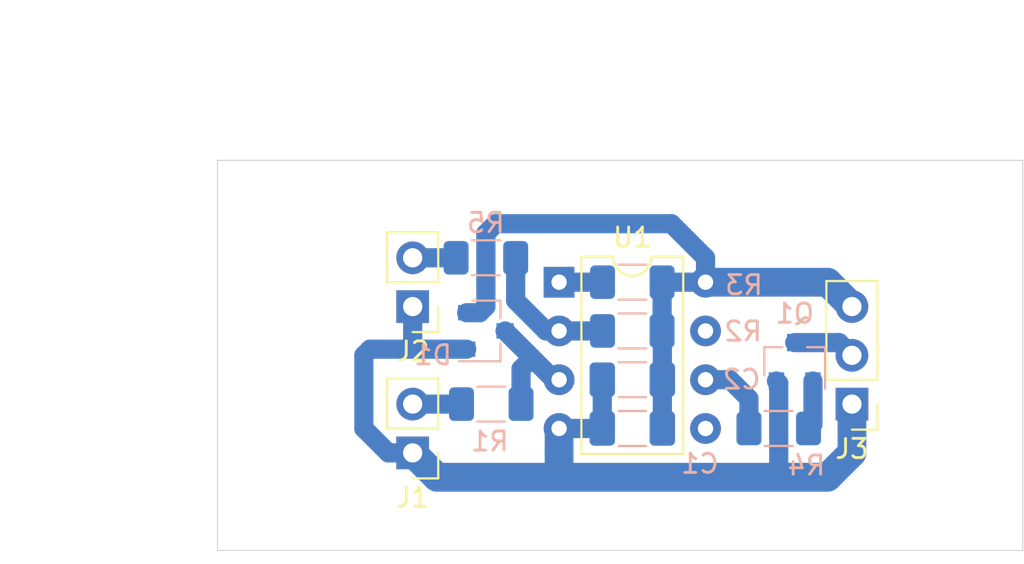
<source format=kicad_pcb>
(kicad_pcb (version 20171130) (host pcbnew 5.1.10-88a1d61d58~90~ubuntu20.04.1)

  (general
    (thickness 1.6)
    (drawings 6)
    (tracks 54)
    (zones 0)
    (modules 18)
    (nets 13)
  )

  (page A4)
  (title_block
    (title "e-bike PAS signal generator")
    (date 2021-08-14)
    (company "Ondřej Sluka")
  )

  (layers
    (0 F.Cu signal)
    (31 B.Cu signal)
    (32 B.Adhes user)
    (33 F.Adhes user)
    (34 B.Paste user)
    (35 F.Paste user)
    (36 B.SilkS user)
    (37 F.SilkS user)
    (38 B.Mask user)
    (39 F.Mask user)
    (40 Dwgs.User user)
    (41 Cmts.User user)
    (42 Eco1.User user)
    (43 Eco2.User user)
    (44 Edge.Cuts user)
    (45 Margin user)
    (46 B.CrtYd user)
    (47 F.CrtYd user)
    (48 B.Fab user)
    (49 F.Fab user)
  )

  (setup
    (last_trace_width 1)
    (user_trace_width 1)
    (user_trace_width 1.5)
    (user_trace_width 2)
    (trace_clearance 0.4)
    (zone_clearance 0.508)
    (zone_45_only no)
    (trace_min 0.8)
    (via_size 1)
    (via_drill 0.8)
    (via_min_size 1)
    (via_min_drill 0.8)
    (user_via 2 1)
    (uvia_size 0.3)
    (uvia_drill 0.1)
    (uvias_allowed no)
    (uvia_min_size 0.2)
    (uvia_min_drill 0.1)
    (edge_width 0.05)
    (segment_width 0.2)
    (pcb_text_width 0.3)
    (pcb_text_size 1.5 1.5)
    (mod_edge_width 0.12)
    (mod_text_size 1 1)
    (mod_text_width 0.15)
    (pad_size 1.524 1.524)
    (pad_drill 0.762)
    (pad_to_mask_clearance 0)
    (aux_axis_origin 138.43 114.3)
    (grid_origin 138.43 114.3)
    (visible_elements FFFFFF7F)
    (pcbplotparams
      (layerselection 0x01000_fffffffe)
      (usegerberextensions false)
      (usegerberattributes true)
      (usegerberadvancedattributes true)
      (creategerberjobfile true)
      (excludeedgelayer true)
      (linewidth 0.100000)
      (plotframeref false)
      (viasonmask false)
      (mode 1)
      (useauxorigin true)
      (hpglpennumber 1)
      (hpglpenspeed 20)
      (hpglpendiameter 15.000000)
      (psnegative false)
      (psa4output false)
      (plotreference true)
      (plotvalue true)
      (plotinvisibletext false)
      (padsonsilk false)
      (subtractmaskfromsilk false)
      (outputformat 1)
      (mirror false)
      (drillshape 0)
      (scaleselection 1)
      (outputdirectory "gerber/"))
  )

  (net 0 "")
  (net 1 GND)
  (net 2 +5V)
  (net 3 /pin_stop)
  (net 4 "Net-(J1-Pad2)")
  (net 5 /pin_start)
  (net 6 "Net-(Q1-Pad1)")
  (net 7 /pin_reset)
  (net 8 /pin_output)
  (net 9 "Net-(U1-Pad7)")
  (net 10 "Net-(U1-Pad5)")
  (net 11 "Net-(J2-Pad2)")
  (net 12 /PAS_signal)

  (net_class Default "This is the default net class."
    (clearance 0.4)
    (trace_width 1)
    (via_dia 1)
    (via_drill 0.8)
    (uvia_dia 0.3)
    (uvia_drill 0.1)
    (diff_pair_width 1)
    (diff_pair_gap 0.8)
    (add_net +5V)
    (add_net /PAS_signal)
    (add_net /pin_output)
    (add_net /pin_reset)
    (add_net /pin_start)
    (add_net /pin_stop)
    (add_net GND)
    (add_net "Net-(J1-Pad2)")
    (add_net "Net-(J2-Pad2)")
    (add_net "Net-(Q1-Pad1)")
    (add_net "Net-(U1-Pad5)")
    (add_net "Net-(U1-Pad7)")
  )

  (module MountingHole:MountingHole_3mm (layer F.Cu) (tedit 56D1B4CB) (tstamp 61136E38)
    (at 176.53 107.95)
    (descr "Mounting Hole 3mm, no annular")
    (tags "mounting hole 3mm no annular")
    (attr virtual)
    (fp_text reference REF** (at 0 -4) (layer F.SilkS) hide
      (effects (font (size 1 1) (thickness 0.15)))
    )
    (fp_text value MountingHole_3mm (at 0 4) (layer F.Fab) hide
      (effects (font (size 1 1) (thickness 0.15)))
    )
    (fp_circle (center 0 0) (end 3.25 0) (layer F.CrtYd) (width 0.05))
    (fp_circle (center 0 0) (end 3 0) (layer Cmts.User) (width 0.15))
    (fp_text user %R (at 0.3 0) (layer F.Fab)
      (effects (font (size 1 1) (thickness 0.15)))
    )
    (pad 1 np_thru_hole circle (at 0 0) (size 3 3) (drill 3) (layers *.Cu *.Mask))
  )

  (module MountingHole:MountingHole_3mm (layer F.Cu) (tedit 56D1B4CB) (tstamp 61136EA4)
    (at 176.53 100.33)
    (descr "Mounting Hole 3mm, no annular")
    (tags "mounting hole 3mm no annular")
    (attr virtual)
    (fp_text reference REF** (at 0 -4) (layer F.SilkS) hide
      (effects (font (size 1 1) (thickness 0.15)))
    )
    (fp_text value MountingHole_3mm (at 0 4) (layer F.Fab) hide
      (effects (font (size 1 1) (thickness 0.15)))
    )
    (fp_circle (center 0 0) (end 3.25 0) (layer F.CrtYd) (width 0.05))
    (fp_circle (center 0 0) (end 3 0) (layer Cmts.User) (width 0.15))
    (fp_text user %R (at 0.3 0) (layer F.Fab)
      (effects (font (size 1 1) (thickness 0.15)))
    )
    (pad 1 np_thru_hole circle (at 0 0) (size 3 3) (drill 3) (layers *.Cu *.Mask))
  )

  (module MountingHole:MountingHole_3mm (layer F.Cu) (tedit 56D1B4CB) (tstamp 6117C995)
    (at 142.24 104.14)
    (descr "Mounting Hole 3mm, no annular")
    (tags "mounting hole 3mm no annular")
    (attr virtual)
    (fp_text reference REF** (at 0 -4) (layer F.SilkS) hide
      (effects (font (size 1 1) (thickness 0.15)))
    )
    (fp_text value MountingHole_3mm (at 0 4) (layer F.Fab) hide
      (effects (font (size 1 1) (thickness 0.15)))
    )
    (fp_circle (center 0 0) (end 3.25 0) (layer F.CrtYd) (width 0.05))
    (fp_circle (center 0 0) (end 3 0) (layer Cmts.User) (width 0.15))
    (fp_text user %R (at 0.3 0) (layer F.Fab)
      (effects (font (size 1 1) (thickness 0.15)))
    )
    (pad 1 np_thru_hole circle (at 0 0) (size 3 3) (drill 3) (layers *.Cu *.Mask))
  )

  (module MountingHole:MountingHole_3mm (layer F.Cu) (tedit 56D1B4CB) (tstamp 61136EB9)
    (at 142.24 111.76)
    (descr "Mounting Hole 3mm, no annular")
    (tags "mounting hole 3mm no annular")
    (attr virtual)
    (fp_text reference REF** (at 0 -4) (layer F.SilkS) hide
      (effects (font (size 1 1) (thickness 0.15)))
    )
    (fp_text value MountingHole_3mm (at 0 4) (layer F.Fab) hide
      (effects (font (size 1 1) (thickness 0.15)))
    )
    (fp_circle (center 0 0) (end 3.25 0) (layer F.CrtYd) (width 0.05))
    (fp_circle (center 0 0) (end 3 0) (layer Cmts.User) (width 0.15))
    (fp_text user %R (at 0.3 0) (layer F.Fab)
      (effects (font (size 1 1) (thickness 0.15)))
    )
    (pad 1 np_thru_hole circle (at 0 0) (size 3 3) (drill 3) (layers *.Cu *.Mask))
  )

  (module MountingHole:MountingHole_3mm (layer F.Cu) (tedit 56D1B4CB) (tstamp 61136E23)
    (at 142.24 96.52)
    (descr "Mounting Hole 3mm, no annular")
    (tags "mounting hole 3mm no annular")
    (attr virtual)
    (fp_text reference REF** (at 0 -4) (layer F.SilkS) hide
      (effects (font (size 1 1) (thickness 0.15)))
    )
    (fp_text value MountingHole_3mm (at 0 4) (layer F.Fab) hide
      (effects (font (size 1 1) (thickness 0.15)))
    )
    (fp_circle (center 0 0) (end 3.25 0) (layer F.CrtYd) (width 0.05))
    (fp_circle (center 0 0) (end 3 0) (layer Cmts.User) (width 0.15))
    (fp_text user %R (at 0.3 0) (layer F.Fab)
      (effects (font (size 1 1) (thickness 0.15)))
    )
    (pad 1 np_thru_hole circle (at 0 0) (size 3 3) (drill 3) (layers *.Cu *.Mask))
  )

  (module Resistor_SMD:R_1206_3216Metric_Pad1.30x1.75mm_HandSolder (layer B.Cu) (tedit 5F68FEEE) (tstamp 61136E5F)
    (at 152.4 99.06 180)
    (descr "Resistor SMD 1206 (3216 Metric), square (rectangular) end terminal, IPC_7351 nominal with elongated pad for handsoldering. (Body size source: IPC-SM-782 page 72, https://www.pcb-3d.com/wordpress/wp-content/uploads/ipc-sm-782a_amendment_1_and_2.pdf), generated with kicad-footprint-generator")
    (tags "resistor handsolder")
    (path /611CD5C5)
    (attr smd)
    (fp_text reference R5 (at 0 1.82) (layer B.SilkS)
      (effects (font (size 1 1) (thickness 0.15)) (justify mirror))
    )
    (fp_text value 0 (at 0 -1.82) (layer B.Fab)
      (effects (font (size 1 1) (thickness 0.15)) (justify mirror))
    )
    (fp_line (start 2.45 -1.12) (end -2.45 -1.12) (layer B.CrtYd) (width 0.05))
    (fp_line (start 2.45 1.12) (end 2.45 -1.12) (layer B.CrtYd) (width 0.05))
    (fp_line (start -2.45 1.12) (end 2.45 1.12) (layer B.CrtYd) (width 0.05))
    (fp_line (start -2.45 -1.12) (end -2.45 1.12) (layer B.CrtYd) (width 0.05))
    (fp_line (start -0.727064 -0.91) (end 0.727064 -0.91) (layer B.SilkS) (width 0.12))
    (fp_line (start -0.727064 0.91) (end 0.727064 0.91) (layer B.SilkS) (width 0.12))
    (fp_line (start 1.6 -0.8) (end -1.6 -0.8) (layer B.Fab) (width 0.1))
    (fp_line (start 1.6 0.8) (end 1.6 -0.8) (layer B.Fab) (width 0.1))
    (fp_line (start -1.6 0.8) (end 1.6 0.8) (layer B.Fab) (width 0.1))
    (fp_line (start -1.6 -0.8) (end -1.6 0.8) (layer B.Fab) (width 0.1))
    (fp_text user %R (at 0 0) (layer B.Fab)
      (effects (font (size 0.8 0.8) (thickness 0.12)) (justify mirror))
    )
    (pad 2 smd roundrect (at 1.55 0 180) (size 1.3 1.75) (layers B.Cu B.Paste B.Mask) (roundrect_rratio 0.1923069230769231)
      (net 11 "Net-(J2-Pad2)"))
    (pad 1 smd roundrect (at -1.55 0 180) (size 1.3 1.75) (layers B.Cu B.Paste B.Mask) (roundrect_rratio 0.1923069230769231)
      (net 5 /pin_start))
    (model ${KISYS3DMOD}/Resistor_SMD.3dshapes/R_1206_3216Metric.wrl
      (at (xyz 0 0 0))
      (scale (xyz 1 1 1))
      (rotate (xyz 0 0 0))
    )
  )

  (module Connector_PinHeader_2.54mm:PinHeader_1x02_P2.54mm_Vertical (layer F.Cu) (tedit 59FED5CC) (tstamp 61136F45)
    (at 148.59 109.22 180)
    (descr "Through hole straight pin header, 1x02, 2.54mm pitch, single row")
    (tags "Through hole pin header THT 1x02 2.54mm single row")
    (path /611BE2F2)
    (fp_text reference J1 (at 0 -2.33) (layer F.SilkS)
      (effects (font (size 1 1) (thickness 0.15)))
    )
    (fp_text value Conn_01x02 (at 0 4.87) (layer F.Fab) hide
      (effects (font (size 1 1) (thickness 0.15)))
    )
    (fp_line (start 1.8 -1.8) (end -1.8 -1.8) (layer F.CrtYd) (width 0.05))
    (fp_line (start 1.8 4.35) (end 1.8 -1.8) (layer F.CrtYd) (width 0.05))
    (fp_line (start -1.8 4.35) (end 1.8 4.35) (layer F.CrtYd) (width 0.05))
    (fp_line (start -1.8 -1.8) (end -1.8 4.35) (layer F.CrtYd) (width 0.05))
    (fp_line (start -1.33 -1.33) (end 0 -1.33) (layer F.SilkS) (width 0.12))
    (fp_line (start -1.33 0) (end -1.33 -1.33) (layer F.SilkS) (width 0.12))
    (fp_line (start -1.33 1.27) (end 1.33 1.27) (layer F.SilkS) (width 0.12))
    (fp_line (start 1.33 1.27) (end 1.33 3.87) (layer F.SilkS) (width 0.12))
    (fp_line (start -1.33 1.27) (end -1.33 3.87) (layer F.SilkS) (width 0.12))
    (fp_line (start -1.33 3.87) (end 1.33 3.87) (layer F.SilkS) (width 0.12))
    (fp_line (start -1.27 -0.635) (end -0.635 -1.27) (layer F.Fab) (width 0.1))
    (fp_line (start -1.27 3.81) (end -1.27 -0.635) (layer F.Fab) (width 0.1))
    (fp_line (start 1.27 3.81) (end -1.27 3.81) (layer F.Fab) (width 0.1))
    (fp_line (start 1.27 -1.27) (end 1.27 3.81) (layer F.Fab) (width 0.1))
    (fp_line (start -0.635 -1.27) (end 1.27 -1.27) (layer F.Fab) (width 0.1))
    (fp_text user %R (at 0 1.27 90) (layer F.Fab)
      (effects (font (size 1 1) (thickness 0.15)))
    )
    (pad 2 thru_hole oval (at 0 2.54 180) (size 1.7 1.7) (drill 1) (layers *.Cu *.Mask)
      (net 4 "Net-(J1-Pad2)"))
    (pad 1 thru_hole rect (at 0 0 180) (size 1.7 1.7) (drill 1) (layers *.Cu *.Mask)
      (net 1 GND))
    (model ${KISYS3DMOD}/Connector_PinHeader_2.54mm.3dshapes/PinHeader_1x02_P2.54mm_Vertical.wrl
      (at (xyz 0 0 0))
      (scale (xyz 1 1 1))
      (rotate (xyz 0 0 0))
    )
  )

  (module Package_DIP:DIP-8_W7.62mm (layer F.Cu) (tedit 5A02E8C5) (tstamp 6117CFAB)
    (at 156.21 100.33)
    (descr "8-lead though-hole mounted DIP package, row spacing 7.62 mm (300 mils)")
    (tags "THT DIP DIL PDIP 2.54mm 7.62mm 300mil")
    (path /6112CE48)
    (fp_text reference U1 (at 3.81 -2.33) (layer F.SilkS)
      (effects (font (size 1 1) (thickness 0.15)))
    )
    (fp_text value ATtiny85-20PU (at 3.81 9.95) (layer F.Fab)
      (effects (font (size 1 1) (thickness 0.15)))
    )
    (fp_line (start 8.7 -1.55) (end -1.1 -1.55) (layer F.CrtYd) (width 0.05))
    (fp_line (start 8.7 9.15) (end 8.7 -1.55) (layer F.CrtYd) (width 0.05))
    (fp_line (start -1.1 9.15) (end 8.7 9.15) (layer F.CrtYd) (width 0.05))
    (fp_line (start -1.1 -1.55) (end -1.1 9.15) (layer F.CrtYd) (width 0.05))
    (fp_line (start 6.46 -1.33) (end 4.81 -1.33) (layer F.SilkS) (width 0.12))
    (fp_line (start 6.46 8.95) (end 6.46 -1.33) (layer F.SilkS) (width 0.12))
    (fp_line (start 1.16 8.95) (end 6.46 8.95) (layer F.SilkS) (width 0.12))
    (fp_line (start 1.16 -1.33) (end 1.16 8.95) (layer F.SilkS) (width 0.12))
    (fp_line (start 2.81 -1.33) (end 1.16 -1.33) (layer F.SilkS) (width 0.12))
    (fp_line (start 0.635 -0.27) (end 1.635 -1.27) (layer F.Fab) (width 0.1))
    (fp_line (start 0.635 8.89) (end 0.635 -0.27) (layer F.Fab) (width 0.1))
    (fp_line (start 6.985 8.89) (end 0.635 8.89) (layer F.Fab) (width 0.1))
    (fp_line (start 6.985 -1.27) (end 6.985 8.89) (layer F.Fab) (width 0.1))
    (fp_line (start 1.635 -1.27) (end 6.985 -1.27) (layer F.Fab) (width 0.1))
    (fp_text user %R (at 3.81 3.81) (layer F.Fab)
      (effects (font (size 1 1) (thickness 0.15)))
    )
    (fp_arc (start 3.81 -1.33) (end 2.81 -1.33) (angle -180) (layer F.SilkS) (width 0.12))
    (pad 8 thru_hole oval (at 7.62 0) (size 1.6 1.6) (drill 0.8) (layers *.Cu *.Mask)
      (net 2 +5V))
    (pad 4 thru_hole oval (at 0 7.62) (size 1.6 1.6) (drill 0.8) (layers *.Cu *.Mask)
      (net 1 GND))
    (pad 7 thru_hole oval (at 7.62 2.54) (size 1.6 1.6) (drill 0.8) (layers *.Cu *.Mask)
      (net 9 "Net-(U1-Pad7)"))
    (pad 3 thru_hole oval (at 0 5.08) (size 1.6 1.6) (drill 0.8) (layers *.Cu *.Mask)
      (net 3 /pin_stop))
    (pad 6 thru_hole oval (at 7.62 5.08) (size 1.6 1.6) (drill 0.8) (layers *.Cu *.Mask)
      (net 8 /pin_output))
    (pad 2 thru_hole oval (at 0 2.54) (size 1.6 1.6) (drill 0.8) (layers *.Cu *.Mask)
      (net 5 /pin_start))
    (pad 5 thru_hole oval (at 7.62 7.62) (size 1.6 1.6) (drill 0.8) (layers *.Cu *.Mask)
      (net 10 "Net-(U1-Pad5)"))
    (pad 1 thru_hole rect (at 0 0) (size 1.6 1.6) (drill 0.8) (layers *.Cu *.Mask)
      (net 7 /pin_reset))
    (model ${KISYS3DMOD}/Package_DIP.3dshapes/DIP-8_W7.62mm.wrl
      (at (xyz 0 0 0))
      (scale (xyz 1 1 1))
      (rotate (xyz 0 0 0))
    )
  )

  (module Resistor_SMD:R_1206_3216Metric_Pad1.30x1.75mm_HandSolder (layer B.Cu) (tedit 5F68FEEE) (tstamp 611370B1)
    (at 167.64 107.95)
    (descr "Resistor SMD 1206 (3216 Metric), square (rectangular) end terminal, IPC_7351 nominal with elongated pad for handsoldering. (Body size source: IPC-SM-782 page 72, https://www.pcb-3d.com/wordpress/wp-content/uploads/ipc-sm-782a_amendment_1_and_2.pdf), generated with kicad-footprint-generator")
    (tags "resistor handsolder")
    (path /6114AE7B)
    (attr smd)
    (fp_text reference R4 (at 1.440331 1.926127) (layer B.SilkS)
      (effects (font (size 1 1) (thickness 0.15)) (justify mirror))
    )
    (fp_text value 10k (at 0 -1.82) (layer B.Fab)
      (effects (font (size 1 1) (thickness 0.15)) (justify mirror))
    )
    (fp_line (start -1.6 -0.8) (end -1.6 0.8) (layer B.Fab) (width 0.1))
    (fp_line (start -1.6 0.8) (end 1.6 0.8) (layer B.Fab) (width 0.1))
    (fp_line (start 1.6 0.8) (end 1.6 -0.8) (layer B.Fab) (width 0.1))
    (fp_line (start 1.6 -0.8) (end -1.6 -0.8) (layer B.Fab) (width 0.1))
    (fp_line (start -0.727064 0.91) (end 0.727064 0.91) (layer B.SilkS) (width 0.12))
    (fp_line (start -0.727064 -0.91) (end 0.727064 -0.91) (layer B.SilkS) (width 0.12))
    (fp_line (start -2.45 -1.12) (end -2.45 1.12) (layer B.CrtYd) (width 0.05))
    (fp_line (start -2.45 1.12) (end 2.45 1.12) (layer B.CrtYd) (width 0.05))
    (fp_line (start 2.45 1.12) (end 2.45 -1.12) (layer B.CrtYd) (width 0.05))
    (fp_line (start 2.45 -1.12) (end -2.45 -1.12) (layer B.CrtYd) (width 0.05))
    (fp_text user %R (at 0 0) (layer B.Fab)
      (effects (font (size 0.8 0.8) (thickness 0.12)) (justify mirror))
    )
    (pad 1 smd roundrect (at -1.55 0) (size 1.3 1.75) (layers B.Cu B.Paste B.Mask) (roundrect_rratio 0.1923069230769231)
      (net 8 /pin_output))
    (pad 2 smd roundrect (at 1.55 0) (size 1.3 1.75) (layers B.Cu B.Paste B.Mask) (roundrect_rratio 0.1923069230769231)
      (net 6 "Net-(Q1-Pad1)"))
    (model ${KISYS3DMOD}/Resistor_SMD.3dshapes/R_1206_3216Metric.wrl
      (at (xyz 0 0 0))
      (scale (xyz 1 1 1))
      (rotate (xyz 0 0 0))
    )
  )

  (module Resistor_SMD:R_1206_3216Metric_Pad1.30x1.75mm_HandSolder (layer B.Cu) (tedit 5F68FEEE) (tstamp 6113717A)
    (at 160.02 100.33 180)
    (descr "Resistor SMD 1206 (3216 Metric), square (rectangular) end terminal, IPC_7351 nominal with elongated pad for handsoldering. (Body size source: IPC-SM-782 page 72, https://www.pcb-3d.com/wordpress/wp-content/uploads/ipc-sm-782a_amendment_1_and_2.pdf), generated with kicad-footprint-generator")
    (tags "resistor handsolder")
    (path /6113C6EF)
    (attr smd)
    (fp_text reference R3 (at -5.810773 -0.149004) (layer B.SilkS)
      (effects (font (size 1 1) (thickness 0.15)) (justify mirror))
    )
    (fp_text value 10k (at 0 -1.82) (layer B.Fab)
      (effects (font (size 1 1) (thickness 0.15)) (justify mirror))
    )
    (fp_line (start 2.45 -1.12) (end -2.45 -1.12) (layer B.CrtYd) (width 0.05))
    (fp_line (start 2.45 1.12) (end 2.45 -1.12) (layer B.CrtYd) (width 0.05))
    (fp_line (start -2.45 1.12) (end 2.45 1.12) (layer B.CrtYd) (width 0.05))
    (fp_line (start -2.45 -1.12) (end -2.45 1.12) (layer B.CrtYd) (width 0.05))
    (fp_line (start -0.727064 -0.91) (end 0.727064 -0.91) (layer B.SilkS) (width 0.12))
    (fp_line (start -0.727064 0.91) (end 0.727064 0.91) (layer B.SilkS) (width 0.12))
    (fp_line (start 1.6 -0.8) (end -1.6 -0.8) (layer B.Fab) (width 0.1))
    (fp_line (start 1.6 0.8) (end 1.6 -0.8) (layer B.Fab) (width 0.1))
    (fp_line (start -1.6 0.8) (end 1.6 0.8) (layer B.Fab) (width 0.1))
    (fp_line (start -1.6 -0.8) (end -1.6 0.8) (layer B.Fab) (width 0.1))
    (fp_text user %R (at 0 0) (layer B.Fab)
      (effects (font (size 0.8 0.8) (thickness 0.12)) (justify mirror))
    )
    (pad 2 smd roundrect (at 1.55 0 180) (size 1.3 1.75) (layers B.Cu B.Paste B.Mask) (roundrect_rratio 0.1923069230769231)
      (net 7 /pin_reset))
    (pad 1 smd roundrect (at -1.55 0 180) (size 1.3 1.75) (layers B.Cu B.Paste B.Mask) (roundrect_rratio 0.1923069230769231)
      (net 2 +5V))
    (model ${KISYS3DMOD}/Resistor_SMD.3dshapes/R_1206_3216Metric.wrl
      (at (xyz 0 0 0))
      (scale (xyz 1 1 1))
      (rotate (xyz 0 0 0))
    )
  )

  (module Resistor_SMD:R_1206_3216Metric_Pad1.30x1.75mm_HandSolder (layer B.Cu) (tedit 5F68FEEE) (tstamp 611371E0)
    (at 160.02 102.87 180)
    (descr "Resistor SMD 1206 (3216 Metric), square (rectangular) end terminal, IPC_7351 nominal with elongated pad for handsoldering. (Body size source: IPC-SM-782 page 72, https://www.pcb-3d.com/wordpress/wp-content/uploads/ipc-sm-782a_amendment_1_and_2.pdf), generated with kicad-footprint-generator")
    (tags "resistor handsolder")
    (path /6114D8CE)
    (attr smd)
    (fp_text reference R2 (at -5.764656 -0.022474) (layer B.SilkS)
      (effects (font (size 1 1) (thickness 0.15)) (justify mirror))
    )
    (fp_text value 1k (at 0 -1.82) (layer B.Fab)
      (effects (font (size 1 1) (thickness 0.15)) (justify mirror))
    )
    (fp_line (start 2.45 -1.12) (end -2.45 -1.12) (layer B.CrtYd) (width 0.05))
    (fp_line (start 2.45 1.12) (end 2.45 -1.12) (layer B.CrtYd) (width 0.05))
    (fp_line (start -2.45 1.12) (end 2.45 1.12) (layer B.CrtYd) (width 0.05))
    (fp_line (start -2.45 -1.12) (end -2.45 1.12) (layer B.CrtYd) (width 0.05))
    (fp_line (start -0.727064 -0.91) (end 0.727064 -0.91) (layer B.SilkS) (width 0.12))
    (fp_line (start -0.727064 0.91) (end 0.727064 0.91) (layer B.SilkS) (width 0.12))
    (fp_line (start 1.6 -0.8) (end -1.6 -0.8) (layer B.Fab) (width 0.1))
    (fp_line (start 1.6 0.8) (end 1.6 -0.8) (layer B.Fab) (width 0.1))
    (fp_line (start -1.6 0.8) (end 1.6 0.8) (layer B.Fab) (width 0.1))
    (fp_line (start -1.6 -0.8) (end -1.6 0.8) (layer B.Fab) (width 0.1))
    (fp_text user %R (at 0 0) (layer B.Fab)
      (effects (font (size 0.8 0.8) (thickness 0.12)) (justify mirror))
    )
    (pad 2 smd roundrect (at 1.55 0 180) (size 1.3 1.75) (layers B.Cu B.Paste B.Mask) (roundrect_rratio 0.1923069230769231)
      (net 5 /pin_start))
    (pad 1 smd roundrect (at -1.55 0 180) (size 1.3 1.75) (layers B.Cu B.Paste B.Mask) (roundrect_rratio 0.1923069230769231)
      (net 2 +5V))
    (model ${KISYS3DMOD}/Resistor_SMD.3dshapes/R_1206_3216Metric.wrl
      (at (xyz 0 0 0))
      (scale (xyz 1 1 1))
      (rotate (xyz 0 0 0))
    )
  )

  (module Resistor_SMD:R_1206_3216Metric_Pad1.30x1.75mm_HandSolder (layer B.Cu) (tedit 5F68FEEE) (tstamp 6113702D)
    (at 152.68 106.68 180)
    (descr "Resistor SMD 1206 (3216 Metric), square (rectangular) end terminal, IPC_7351 nominal with elongated pad for handsoldering. (Body size source: IPC-SM-782 page 72, https://www.pcb-3d.com/wordpress/wp-content/uploads/ipc-sm-782a_amendment_1_and_2.pdf), generated with kicad-footprint-generator")
    (tags "resistor handsolder")
    (path /611545B5)
    (attr smd)
    (fp_text reference R1 (at 0.07681 -1.942543) (layer B.SilkS)
      (effects (font (size 1 1) (thickness 0.15)) (justify mirror))
    )
    (fp_text value 10k (at 0 -1.82) (layer B.Fab)
      (effects (font (size 1 1) (thickness 0.15)) (justify mirror))
    )
    (fp_line (start 2.45 -1.12) (end -2.45 -1.12) (layer B.CrtYd) (width 0.05))
    (fp_line (start 2.45 1.12) (end 2.45 -1.12) (layer B.CrtYd) (width 0.05))
    (fp_line (start -2.45 1.12) (end 2.45 1.12) (layer B.CrtYd) (width 0.05))
    (fp_line (start -2.45 -1.12) (end -2.45 1.12) (layer B.CrtYd) (width 0.05))
    (fp_line (start -0.727064 -0.91) (end 0.727064 -0.91) (layer B.SilkS) (width 0.12))
    (fp_line (start -0.727064 0.91) (end 0.727064 0.91) (layer B.SilkS) (width 0.12))
    (fp_line (start 1.6 -0.8) (end -1.6 -0.8) (layer B.Fab) (width 0.1))
    (fp_line (start 1.6 0.8) (end 1.6 -0.8) (layer B.Fab) (width 0.1))
    (fp_line (start -1.6 0.8) (end 1.6 0.8) (layer B.Fab) (width 0.1))
    (fp_line (start -1.6 -0.8) (end -1.6 0.8) (layer B.Fab) (width 0.1))
    (fp_text user %R (at 0 0) (layer B.Fab)
      (effects (font (size 0.8 0.8) (thickness 0.12)) (justify mirror))
    )
    (pad 2 smd roundrect (at 1.55 0 180) (size 1.3 1.75) (layers B.Cu B.Paste B.Mask) (roundrect_rratio 0.1923069230769231)
      (net 4 "Net-(J1-Pad2)"))
    (pad 1 smd roundrect (at -1.55 0 180) (size 1.3 1.75) (layers B.Cu B.Paste B.Mask) (roundrect_rratio 0.1923069230769231)
      (net 3 /pin_stop))
    (model ${KISYS3DMOD}/Resistor_SMD.3dshapes/R_1206_3216Metric.wrl
      (at (xyz 0 0 0))
      (scale (xyz 1 1 1))
      (rotate (xyz 0 0 0))
    )
  )

  (module Package_TO_SOT_SMD:SOT-23 (layer B.Cu) (tedit 5A02FF57) (tstamp 61136FC5)
    (at 168.470891 104.476991 90)
    (descr "SOT-23, Standard")
    (tags SOT-23)
    (path /6113595B)
    (attr smd)
    (fp_text reference Q1 (at 2.51511 0.001062 180) (layer B.SilkS)
      (effects (font (size 1 1) (thickness 0.15)) (justify mirror))
    )
    (fp_text value BC847 (at 0 -2.5 90) (layer B.Fab)
      (effects (font (size 1 1) (thickness 0.15)) (justify mirror))
    )
    (fp_line (start 0.76 -1.58) (end -0.7 -1.58) (layer B.SilkS) (width 0.12))
    (fp_line (start 0.76 1.58) (end -1.4 1.58) (layer B.SilkS) (width 0.12))
    (fp_line (start -1.7 -1.75) (end -1.7 1.75) (layer B.CrtYd) (width 0.05))
    (fp_line (start 1.7 -1.75) (end -1.7 -1.75) (layer B.CrtYd) (width 0.05))
    (fp_line (start 1.7 1.75) (end 1.7 -1.75) (layer B.CrtYd) (width 0.05))
    (fp_line (start -1.7 1.75) (end 1.7 1.75) (layer B.CrtYd) (width 0.05))
    (fp_line (start 0.76 1.58) (end 0.76 0.65) (layer B.SilkS) (width 0.12))
    (fp_line (start 0.76 -1.58) (end 0.76 -0.65) (layer B.SilkS) (width 0.12))
    (fp_line (start -0.7 -1.52) (end 0.7 -1.52) (layer B.Fab) (width 0.1))
    (fp_line (start 0.7 1.52) (end 0.7 -1.52) (layer B.Fab) (width 0.1))
    (fp_line (start -0.7 0.95) (end -0.15 1.52) (layer B.Fab) (width 0.1))
    (fp_line (start -0.15 1.52) (end 0.7 1.52) (layer B.Fab) (width 0.1))
    (fp_line (start -0.7 0.95) (end -0.7 -1.5) (layer B.Fab) (width 0.1))
    (fp_text user %R (at 0 0 180) (layer B.Fab)
      (effects (font (size 0.5 0.5) (thickness 0.075)) (justify mirror))
    )
    (pad 3 smd rect (at 1 0 90) (size 0.9 0.8) (layers B.Cu B.Paste B.Mask)
      (net 12 /PAS_signal))
    (pad 2 smd rect (at -1 -0.95 90) (size 0.9 0.8) (layers B.Cu B.Paste B.Mask)
      (net 1 GND))
    (pad 1 smd rect (at -1 0.95 90) (size 0.9 0.8) (layers B.Cu B.Paste B.Mask)
      (net 6 "Net-(Q1-Pad1)"))
    (model ${KISYS3DMOD}/Package_TO_SOT_SMD.3dshapes/SOT-23.wrl
      (at (xyz 0 0 0))
      (scale (xyz 1 1 1))
      (rotate (xyz 0 0 0))
    )
  )

  (module Connector_PinHeader_2.54mm:PinHeader_1x03_P2.54mm_Vertical (layer F.Cu) (tedit 59FED5CC) (tstamp 61137075)
    (at 171.45 106.68 180)
    (descr "Through hole straight pin header, 1x03, 2.54mm pitch, single row")
    (tags "Through hole pin header THT 1x03 2.54mm single row")
    (path /6113084D)
    (fp_text reference J3 (at 0 -2.33) (layer F.SilkS)
      (effects (font (size 1 1) (thickness 0.15)))
    )
    (fp_text value Conn_01x03 (at 0 7.41) (layer F.Fab) hide
      (effects (font (size 1 1) (thickness 0.15)))
    )
    (fp_line (start 1.8 -1.8) (end -1.8 -1.8) (layer F.CrtYd) (width 0.05))
    (fp_line (start 1.8 6.85) (end 1.8 -1.8) (layer F.CrtYd) (width 0.05))
    (fp_line (start -1.8 6.85) (end 1.8 6.85) (layer F.CrtYd) (width 0.05))
    (fp_line (start -1.8 -1.8) (end -1.8 6.85) (layer F.CrtYd) (width 0.05))
    (fp_line (start -1.33 -1.33) (end 0 -1.33) (layer F.SilkS) (width 0.12))
    (fp_line (start -1.33 0) (end -1.33 -1.33) (layer F.SilkS) (width 0.12))
    (fp_line (start -1.33 1.27) (end 1.33 1.27) (layer F.SilkS) (width 0.12))
    (fp_line (start 1.33 1.27) (end 1.33 6.41) (layer F.SilkS) (width 0.12))
    (fp_line (start -1.33 1.27) (end -1.33 6.41) (layer F.SilkS) (width 0.12))
    (fp_line (start -1.33 6.41) (end 1.33 6.41) (layer F.SilkS) (width 0.12))
    (fp_line (start -1.27 -0.635) (end -0.635 -1.27) (layer F.Fab) (width 0.1))
    (fp_line (start -1.27 6.35) (end -1.27 -0.635) (layer F.Fab) (width 0.1))
    (fp_line (start 1.27 6.35) (end -1.27 6.35) (layer F.Fab) (width 0.1))
    (fp_line (start 1.27 -1.27) (end 1.27 6.35) (layer F.Fab) (width 0.1))
    (fp_line (start -0.635 -1.27) (end 1.27 -1.27) (layer F.Fab) (width 0.1))
    (fp_text user %R (at 0 2.54 90) (layer F.Fab)
      (effects (font (size 1 1) (thickness 0.15)))
    )
    (pad 3 thru_hole oval (at 0 5.08 180) (size 1.7 1.7) (drill 1) (layers *.Cu *.Mask)
      (net 2 +5V))
    (pad 2 thru_hole oval (at 0 2.54 180) (size 1.7 1.7) (drill 1) (layers *.Cu *.Mask)
      (net 12 /PAS_signal))
    (pad 1 thru_hole rect (at 0 0 180) (size 1.7 1.7) (drill 1) (layers *.Cu *.Mask)
      (net 1 GND))
    (model ${KISYS3DMOD}/Connector_PinHeader_2.54mm.3dshapes/PinHeader_1x03_P2.54mm_Vertical.wrl
      (at (xyz 0 0 0))
      (scale (xyz 1 1 1))
      (rotate (xyz 0 0 0))
    )
  )

  (module Connector_PinHeader_2.54mm:PinHeader_1x02_P2.54mm_Vertical (layer F.Cu) (tedit 59FED5CC) (tstamp 61137140)
    (at 148.59 101.6 180)
    (descr "Through hole straight pin header, 1x02, 2.54mm pitch, single row")
    (tags "Through hole pin header THT 1x02 2.54mm single row")
    (path /6114C35A)
    (fp_text reference J2 (at 0 -2.33) (layer F.SilkS)
      (effects (font (size 1 1) (thickness 0.15)))
    )
    (fp_text value Conn_01x02 (at 0 4.87) (layer F.Fab) hide
      (effects (font (size 1 1) (thickness 0.15)))
    )
    (fp_line (start 1.8 -1.8) (end -1.8 -1.8) (layer F.CrtYd) (width 0.05))
    (fp_line (start 1.8 4.35) (end 1.8 -1.8) (layer F.CrtYd) (width 0.05))
    (fp_line (start -1.8 4.35) (end 1.8 4.35) (layer F.CrtYd) (width 0.05))
    (fp_line (start -1.8 -1.8) (end -1.8 4.35) (layer F.CrtYd) (width 0.05))
    (fp_line (start -1.33 -1.33) (end 0 -1.33) (layer F.SilkS) (width 0.12))
    (fp_line (start -1.33 0) (end -1.33 -1.33) (layer F.SilkS) (width 0.12))
    (fp_line (start -1.33 1.27) (end 1.33 1.27) (layer F.SilkS) (width 0.12))
    (fp_line (start 1.33 1.27) (end 1.33 3.87) (layer F.SilkS) (width 0.12))
    (fp_line (start -1.33 1.27) (end -1.33 3.87) (layer F.SilkS) (width 0.12))
    (fp_line (start -1.33 3.87) (end 1.33 3.87) (layer F.SilkS) (width 0.12))
    (fp_line (start -1.27 -0.635) (end -0.635 -1.27) (layer F.Fab) (width 0.1))
    (fp_line (start -1.27 3.81) (end -1.27 -0.635) (layer F.Fab) (width 0.1))
    (fp_line (start 1.27 3.81) (end -1.27 3.81) (layer F.Fab) (width 0.1))
    (fp_line (start 1.27 -1.27) (end 1.27 3.81) (layer F.Fab) (width 0.1))
    (fp_line (start -0.635 -1.27) (end 1.27 -1.27) (layer F.Fab) (width 0.1))
    (fp_text user %R (at 0 1.27 90) (layer F.Fab)
      (effects (font (size 1 1) (thickness 0.15)))
    )
    (pad 2 thru_hole oval (at 0 2.54 180) (size 1.7 1.7) (drill 1) (layers *.Cu *.Mask)
      (net 11 "Net-(J2-Pad2)"))
    (pad 1 thru_hole rect (at 0 0 180) (size 1.7 1.7) (drill 1) (layers *.Cu *.Mask)
      (net 1 GND))
    (model ${KISYS3DMOD}/Connector_PinHeader_2.54mm.3dshapes/PinHeader_1x02_P2.54mm_Vertical.wrl
      (at (xyz 0 0 0))
      (scale (xyz 1 1 1))
      (rotate (xyz 0 0 0))
    )
  )

  (module Package_TO_SOT_SMD:SOT-23 (layer B.Cu) (tedit 5A02FF57) (tstamp 61136F83)
    (at 152.4 102.87)
    (descr "SOT-23, Standard")
    (tags SOT-23)
    (path /611529D7)
    (attr smd)
    (fp_text reference D1 (at -2.753866 1.258246) (layer B.SilkS)
      (effects (font (size 1 1) (thickness 0.15)) (justify mirror))
    )
    (fp_text value BAV99 (at 0 -2.5) (layer B.Fab)
      (effects (font (size 1 1) (thickness 0.15)) (justify mirror))
    )
    (fp_line (start 0.76 -1.58) (end -0.7 -1.58) (layer B.SilkS) (width 0.12))
    (fp_line (start 0.76 1.58) (end -1.4 1.58) (layer B.SilkS) (width 0.12))
    (fp_line (start -1.7 -1.75) (end -1.7 1.75) (layer B.CrtYd) (width 0.05))
    (fp_line (start 1.7 -1.75) (end -1.7 -1.75) (layer B.CrtYd) (width 0.05))
    (fp_line (start 1.7 1.75) (end 1.7 -1.75) (layer B.CrtYd) (width 0.05))
    (fp_line (start -1.7 1.75) (end 1.7 1.75) (layer B.CrtYd) (width 0.05))
    (fp_line (start 0.76 1.58) (end 0.76 0.65) (layer B.SilkS) (width 0.12))
    (fp_line (start 0.76 -1.58) (end 0.76 -0.65) (layer B.SilkS) (width 0.12))
    (fp_line (start -0.7 -1.52) (end 0.7 -1.52) (layer B.Fab) (width 0.1))
    (fp_line (start 0.7 1.52) (end 0.7 -1.52) (layer B.Fab) (width 0.1))
    (fp_line (start -0.7 0.95) (end -0.15 1.52) (layer B.Fab) (width 0.1))
    (fp_line (start -0.15 1.52) (end 0.7 1.52) (layer B.Fab) (width 0.1))
    (fp_line (start -0.7 0.95) (end -0.7 -1.5) (layer B.Fab) (width 0.1))
    (fp_text user %R (at 0 0 270) (layer B.Fab)
      (effects (font (size 0.5 0.5) (thickness 0.075)) (justify mirror))
    )
    (pad 3 smd rect (at 1 0) (size 0.9 0.8) (layers B.Cu B.Paste B.Mask)
      (net 3 /pin_stop))
    (pad 2 smd rect (at -1 -0.95) (size 0.9 0.8) (layers B.Cu B.Paste B.Mask)
      (net 2 +5V))
    (pad 1 smd rect (at -1 0.95) (size 0.9 0.8) (layers B.Cu B.Paste B.Mask)
      (net 1 GND))
    (model ${KISYS3DMOD}/Package_TO_SOT_SMD.3dshapes/SOT-23.wrl
      (at (xyz 0 0 0))
      (scale (xyz 1 1 1))
      (rotate (xyz 0 0 0))
    )
  )

  (module Capacitor_SMD:C_1206_3216Metric_Pad1.33x1.80mm_HandSolder (layer B.Cu) (tedit 5F68FEEF) (tstamp 61136F10)
    (at 160.02 105.41 180)
    (descr "Capacitor SMD 1206 (3216 Metric), square (rectangular) end terminal, IPC_7351 nominal with elongated pad for handsoldering. (Body size source: IPC-SM-782 page 76, https://www.pcb-3d.com/wordpress/wp-content/uploads/ipc-sm-782a_amendment_1_and_2.pdf), generated with kicad-footprint-generator")
    (tags "capacitor handsolder")
    (path /61142CA5)
    (attr smd)
    (fp_text reference C2 (at -5.687794 0.011822) (layer B.SilkS)
      (effects (font (size 1 1) (thickness 0.15)) (justify mirror))
    )
    (fp_text value "10u / 16V" (at 0 -1.85) (layer B.Fab)
      (effects (font (size 1 1) (thickness 0.15)) (justify mirror))
    )
    (fp_line (start 2.48 -1.15) (end -2.48 -1.15) (layer B.CrtYd) (width 0.05))
    (fp_line (start 2.48 1.15) (end 2.48 -1.15) (layer B.CrtYd) (width 0.05))
    (fp_line (start -2.48 1.15) (end 2.48 1.15) (layer B.CrtYd) (width 0.05))
    (fp_line (start -2.48 -1.15) (end -2.48 1.15) (layer B.CrtYd) (width 0.05))
    (fp_line (start -0.711252 -0.91) (end 0.711252 -0.91) (layer B.SilkS) (width 0.12))
    (fp_line (start -0.711252 0.91) (end 0.711252 0.91) (layer B.SilkS) (width 0.12))
    (fp_line (start 1.6 -0.8) (end -1.6 -0.8) (layer B.Fab) (width 0.1))
    (fp_line (start 1.6 0.8) (end 1.6 -0.8) (layer B.Fab) (width 0.1))
    (fp_line (start -1.6 0.8) (end 1.6 0.8) (layer B.Fab) (width 0.1))
    (fp_line (start -1.6 -0.8) (end -1.6 0.8) (layer B.Fab) (width 0.1))
    (fp_text user %R (at 0 0) (layer B.Fab)
      (effects (font (size 0.8 0.8) (thickness 0.12)) (justify mirror))
    )
    (pad 2 smd roundrect (at 1.5625 0 180) (size 1.325 1.8) (layers B.Cu B.Paste B.Mask) (roundrect_rratio 0.1886777358490566)
      (net 1 GND))
    (pad 1 smd roundrect (at -1.5625 0 180) (size 1.325 1.8) (layers B.Cu B.Paste B.Mask) (roundrect_rratio 0.1886777358490566)
      (net 2 +5V))
    (model ${KISYS3DMOD}/Capacitor_SMD.3dshapes/C_1206_3216Metric.wrl
      (at (xyz 0 0 0))
      (scale (xyz 1 1 1))
      (rotate (xyz 0 0 0))
    )
  )

  (module Capacitor_SMD:C_1206_3216Metric_Pad1.33x1.80mm_HandSolder (layer B.Cu) (tedit 5F68FEEF) (tstamp 6114452D)
    (at 160.02 107.95 180)
    (descr "Capacitor SMD 1206 (3216 Metric), square (rectangular) end terminal, IPC_7351 nominal with elongated pad for handsoldering. (Body size source: IPC-SM-782 page 76, https://www.pcb-3d.com/wordpress/wp-content/uploads/ipc-sm-782a_amendment_1_and_2.pdf), generated with kicad-footprint-generator")
    (tags "capacitor handsolder")
    (path /61143697)
    (attr smd)
    (fp_text reference C1 (at -3.517156 -1.83184) (layer B.SilkS)
      (effects (font (size 1 1) (thickness 0.15)) (justify mirror))
    )
    (fp_text value 100n (at 0 -1.85) (layer B.Fab)
      (effects (font (size 1 1) (thickness 0.15)) (justify mirror))
    )
    (fp_line (start 2.48 -1.15) (end -2.48 -1.15) (layer B.CrtYd) (width 0.05))
    (fp_line (start 2.48 1.15) (end 2.48 -1.15) (layer B.CrtYd) (width 0.05))
    (fp_line (start -2.48 1.15) (end 2.48 1.15) (layer B.CrtYd) (width 0.05))
    (fp_line (start -2.48 -1.15) (end -2.48 1.15) (layer B.CrtYd) (width 0.05))
    (fp_line (start -0.711252 -0.91) (end 0.711252 -0.91) (layer B.SilkS) (width 0.12))
    (fp_line (start -0.711252 0.91) (end 0.711252 0.91) (layer B.SilkS) (width 0.12))
    (fp_line (start 1.6 -0.8) (end -1.6 -0.8) (layer B.Fab) (width 0.1))
    (fp_line (start 1.6 0.8) (end 1.6 -0.8) (layer B.Fab) (width 0.1))
    (fp_line (start -1.6 0.8) (end 1.6 0.8) (layer B.Fab) (width 0.1))
    (fp_line (start -1.6 -0.8) (end -1.6 0.8) (layer B.Fab) (width 0.1))
    (fp_text user %R (at 0 0) (layer B.Fab)
      (effects (font (size 0.8 0.8) (thickness 0.12)) (justify mirror))
    )
    (pad 2 smd roundrect (at 1.5625 0 180) (size 1.325 1.8) (layers B.Cu B.Paste B.Mask) (roundrect_rratio 0.1886777358490566)
      (net 1 GND))
    (pad 1 smd roundrect (at -1.5625 0 180) (size 1.325 1.8) (layers B.Cu B.Paste B.Mask) (roundrect_rratio 0.1886777358490566)
      (net 2 +5V))
    (model ${KISYS3DMOD}/Capacitor_SMD.3dshapes/C_1206_3216Metric.wrl
      (at (xyz 0 0 0))
      (scale (xyz 1 1 1))
      (rotate (xyz 0 0 0))
    )
  )

  (dimension 41.91 (width 0.15) (layer Dwgs.User) (tstamp 61136E48)
    (gr_text "41,910 mm" (at 159.385 86.33) (layer Dwgs.User) (tstamp 61136E48)
      (effects (font (size 1 1) (thickness 0.15)))
    )
    (feature1 (pts (xy 180.34 93.98) (xy 180.34 87.043579)))
    (feature2 (pts (xy 138.43 93.98) (xy 138.43 87.043579)))
    (crossbar (pts (xy 138.43 87.63) (xy 180.34 87.63)))
    (arrow1a (pts (xy 180.34 87.63) (xy 179.213496 88.216421)))
    (arrow1b (pts (xy 180.34 87.63) (xy 179.213496 87.043579)))
    (arrow2a (pts (xy 138.43 87.63) (xy 139.556504 88.216421)))
    (arrow2b (pts (xy 138.43 87.63) (xy 139.556504 87.043579)))
  )
  (dimension 20.32 (width 0.15) (layer Dwgs.User) (tstamp 611371BA)
    (gr_text "20.320 mm" (at 130.78 104.14 90) (layer Dwgs.User) (tstamp 611371BA)
      (effects (font (size 1 1) (thickness 0.15)))
    )
    (feature1 (pts (xy 138.43 93.98) (xy 131.493579 93.98)))
    (feature2 (pts (xy 138.43 114.3) (xy 131.493579 114.3)))
    (crossbar (pts (xy 132.08 114.3) (xy 132.08 93.98)))
    (arrow1a (pts (xy 132.08 93.98) (xy 132.666421 95.106504)))
    (arrow1b (pts (xy 132.08 93.98) (xy 131.493579 95.106504)))
    (arrow2a (pts (xy 132.08 114.3) (xy 132.666421 113.173496)))
    (arrow2b (pts (xy 132.08 114.3) (xy 131.493579 113.173496)))
  )
  (gr_line (start 138.43 93.98) (end 138.43 114.3) (layer Edge.Cuts) (width 0.05) (tstamp 611371CE))
  (gr_line (start 180.34 93.98) (end 138.43 93.98) (layer Edge.Cuts) (width 0.05) (tstamp 611371A4))
  (gr_line (start 180.34 114.3) (end 180.34 93.98) (layer Edge.Cuts) (width 0.05) (tstamp 611371AA))
  (gr_line (start 138.43 114.3) (end 180.34 114.3) (layer Edge.Cuts) (width 0.05) (tstamp 611371BF))

  (segment (start 158.4575 105.41) (end 158.4575 107.915001) (width 1) (layer B.Cu) (net 1) (tstamp 611371CB))
  (segment (start 156.21 107.95) (end 158.4575 107.95) (width 1) (layer B.Cu) (net 1) (tstamp 61136ECB))
  (segment (start 156.21 107.95) (end 156.21 109.22) (width 1.5) (layer B.Cu) (net 1) (tstamp 61136EEF))
  (segment (start 167.64 110.49) (end 170.18 110.49) (width 1.5) (layer B.Cu) (net 1) (tstamp 611371C5))
  (segment (start 171.45 109.22) (end 171.45 106.68) (width 1.5) (layer B.Cu) (net 1) (tstamp 61136FAC))
  (segment (start 170.18 110.49) (end 171.45 109.22) (width 1.5) (layer B.Cu) (net 1) (tstamp 611371B6))
  (segment (start 149.86 110.49) (end 148.59 109.22) (width 1.5) (layer B.Cu) (net 1) (tstamp 611371C2))
  (segment (start 156.21 109.22) (end 156.21 110.49) (width 1.5) (layer B.Cu) (net 1) (tstamp 61137123))
  (segment (start 167.64 110.49) (end 156.21 110.49) (width 1.5) (layer B.Cu) (net 1) (tstamp 611371AD))
  (segment (start 167.520891 105.476991) (end 167.64 105.5961) (width 1) (layer B.Cu) (net 1) (tstamp 61136E9B))
  (segment (start 167.64 105.5961) (end 167.64 110.49) (width 1) (layer B.Cu) (net 1) (tstamp 6113719B))
  (segment (start 147.32 109.22) (end 146.05 107.95) (width 1) (layer B.Cu) (net 1) (tstamp 61137051))
  (segment (start 148.59 109.22) (end 147.32 109.22) (width 1) (layer B.Cu) (net 1) (tstamp 61137126))
  (segment (start 146.37 103.82) (end 146.05 104.14) (width 1) (layer B.Cu) (net 1) (tstamp 61136EDD))
  (segment (start 146.05 107.95) (end 146.05 104.14) (width 1) (layer B.Cu) (net 1) (tstamp 61137129))
  (segment (start 148.59 103.5) (end 148.27 103.82) (width 1) (layer B.Cu) (net 1) (tstamp 61136EE6))
  (segment (start 148.27 103.82) (end 146.37 103.82) (width 1) (layer B.Cu) (net 1) (tstamp 61136E4D))
  (segment (start 148.59 101.6) (end 148.59 103.5) (width 1) (layer B.Cu) (net 1) (tstamp 611371A7))
  (segment (start 151.4 103.82) (end 148.27 103.82) (width 1) (layer B.Cu) (net 1) (tstamp 61137054))
  (segment (start 156.21 110.49) (end 149.86 110.49) (width 1.5) (layer B.Cu) (net 1) (tstamp 6113704E))
  (segment (start 161.57 100.33) (end 163.83 100.33) (width 1) (layer B.Cu) (net 2) (tstamp 61136EEC))
  (segment (start 161.57 102.87) (end 161.57 100.33) (width 1) (layer B.Cu) (net 2) (tstamp 611371B3))
  (segment (start 161.5825 105.41) (end 161.5825 107.915001) (width 1) (layer B.Cu) (net 2) (tstamp 611371C8))
  (segment (start 161.5825 100.3175) (end 161.57 100.33) (width 1) (layer B.Cu) (net 2) (tstamp 61136EFE))
  (segment (start 161.5825 102.8825) (end 161.57 102.87) (width 1) (layer B.Cu) (net 2) (tstamp 611371B0))
  (segment (start 161.5825 105.41) (end 161.5825 102.8825) (width 1) (layer B.Cu) (net 2) (tstamp 61136EFB))
  (segment (start 170.18 100.33) (end 171.45 101.6) (width 1.5) (layer B.Cu) (net 2) (tstamp 61136E89))
  (segment (start 163.83 100.33) (end 170.18 100.33) (width 1.5) (layer B.Cu) (net 2) (tstamp 61136EF5))
  (segment (start 163.83 99.06) (end 163.83 100.33) (width 1) (layer B.Cu) (net 2) (tstamp 61136ED7))
  (segment (start 151.4 101.92) (end 152.08 101.92) (width 1) (layer B.Cu) (net 2) (tstamp 61136EF2))
  (segment (start 152.08 101.92) (end 152.4 101.6) (width 1) (layer B.Cu) (net 2) (tstamp 61136E80))
  (segment (start 152.4 101.6) (end 152.4 97.79) (width 1) (layer B.Cu) (net 2) (tstamp 61136E98))
  (segment (start 162.05499 97.28499) (end 163.83 99.06) (width 1) (layer B.Cu) (net 2) (tstamp 61136EC8))
  (segment (start 152.90501 97.28499) (end 162.05499 97.28499) (width 1) (layer B.Cu) (net 2) (tstamp 6113719E))
  (segment (start 152.4 97.79) (end 152.90501 97.28499) (width 1) (layer B.Cu) (net 2) (tstamp 61136ED1))
  (segment (start 155.94 105.41) (end 156.21 105.41) (width 1) (layer B.Cu) (net 3) (tstamp 61136E8C))
  (segment (start 154.23 104.85) (end 154.805 104.275) (width 1) (layer B.Cu) (net 3) (tstamp 61136EE9))
  (segment (start 154.23 106.68) (end 154.23 104.85) (width 1) (layer B.Cu) (net 3) (tstamp 61136EDA))
  (segment (start 154.805 104.275) (end 155.94 105.41) (width 1) (layer B.Cu) (net 3) (tstamp 61136E8F))
  (segment (start 153.4 102.87) (end 154.805 104.275) (width 1) (layer B.Cu) (net 3) (tstamp 61136EE0))
  (segment (start 148.59 106.68) (end 151.13 106.68) (width 1) (layer B.Cu) (net 4) (tstamp 6113705A))
  (segment (start 156.21 102.87) (end 158.47 102.87) (width 1) (layer B.Cu) (net 5) (tstamp 61136E92))
  (segment (start 155.529998 102.87) (end 156.21 102.87) (width 1) (layer B.Cu) (net 5) (tstamp 61136EF8))
  (segment (start 153.95 101.290002) (end 155.529998 102.87) (width 1) (layer B.Cu) (net 5) (tstamp 61136ED4))
  (segment (start 153.95 99.06) (end 153.95 101.290002) (width 1) (layer B.Cu) (net 5) (tstamp 6113705D))
  (segment (start 169.420891 107.719109) (end 169.19 107.95) (width 1) (layer B.Cu) (net 6) (tstamp 611371A1))
  (segment (start 169.420891 105.476991) (end 169.420891 107.719109) (width 1) (layer B.Cu) (net 6) (tstamp 61136EE3))
  (segment (start 156.21 100.33) (end 158.47 100.33) (width 1) (layer B.Cu) (net 7) (tstamp 61136ECE))
  (segment (start 166.09 107.95) (end 166.09 106.4) (width 1) (layer B.Cu) (net 8) (tstamp 61136E83))
  (segment (start 165.1 105.41) (end 163.83 105.41) (width 1) (layer B.Cu) (net 8) (tstamp 61136E95))
  (segment (start 166.09 106.4) (end 165.1 105.41) (width 1) (layer B.Cu) (net 8) (tstamp 61136E86))
  (segment (start 148.59 99.06) (end 150.85 99.06) (width 1) (layer B.Cu) (net 11) (tstamp 61137057))
  (segment (start 170.786991 103.476991) (end 171.45 104.14) (width 1) (layer B.Cu) (net 12) (tstamp 61137201))
  (segment (start 168.470891 103.476991) (end 170.786991 103.476991) (width 1) (layer B.Cu) (net 12) (tstamp 61136FAF))

)

</source>
